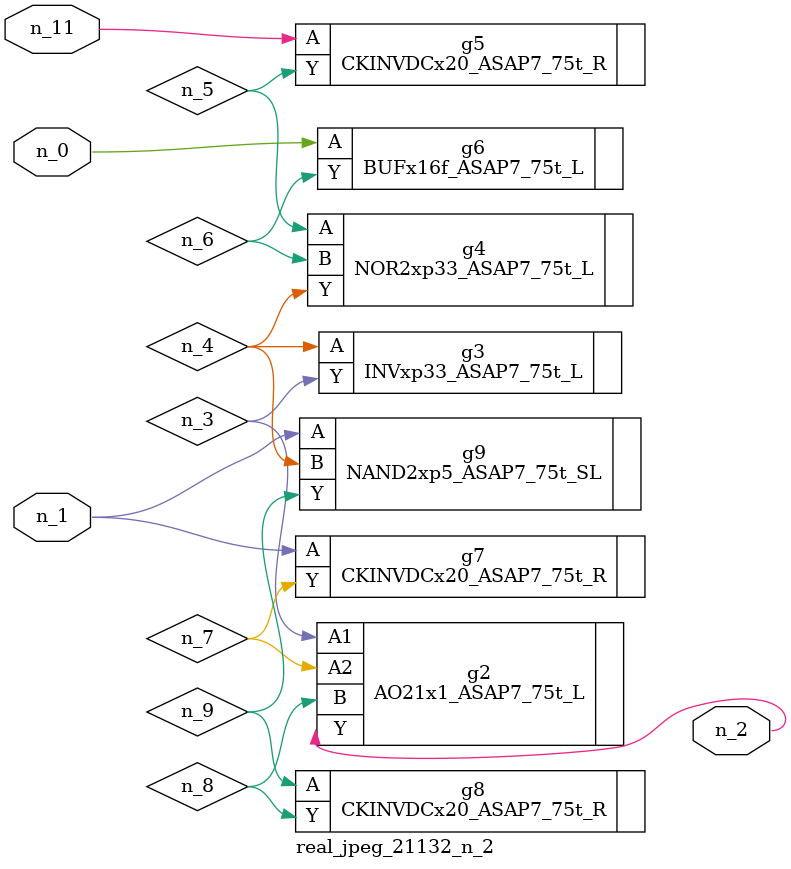
<source format=v>
module real_jpeg_21132_n_2 (n_1, n_11, n_0, n_2);

input n_1;
input n_11;
input n_0;

output n_2;

wire n_5;
wire n_4;
wire n_8;
wire n_6;
wire n_7;
wire n_3;
wire n_9;

BUFx16f_ASAP7_75t_L g6 ( 
.A(n_0),
.Y(n_6)
);

CKINVDCx20_ASAP7_75t_R g7 ( 
.A(n_1),
.Y(n_7)
);

NAND2xp5_ASAP7_75t_SL g9 ( 
.A(n_1),
.B(n_4),
.Y(n_9)
);

AO21x1_ASAP7_75t_L g2 ( 
.A1(n_3),
.A2(n_7),
.B(n_8),
.Y(n_2)
);

INVxp33_ASAP7_75t_L g3 ( 
.A(n_4),
.Y(n_3)
);

NOR2xp33_ASAP7_75t_L g4 ( 
.A(n_5),
.B(n_6),
.Y(n_4)
);

CKINVDCx20_ASAP7_75t_R g8 ( 
.A(n_9),
.Y(n_8)
);

CKINVDCx20_ASAP7_75t_R g5 ( 
.A(n_11),
.Y(n_5)
);


endmodule
</source>
